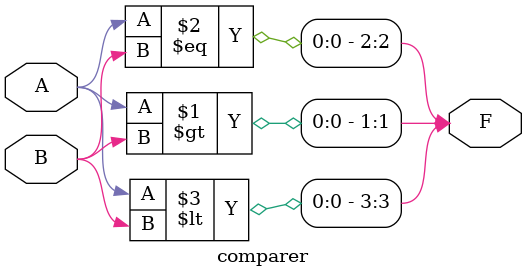
<source format=v>
`timescale 1ns / 1ps


module comparer(
  input A, 
  input B, 
  output [3:1] F
  );
  assign F[1] = A>B;
  assign F[2] = A==B;
  assign F[3] = A<B;
endmodule

</source>
